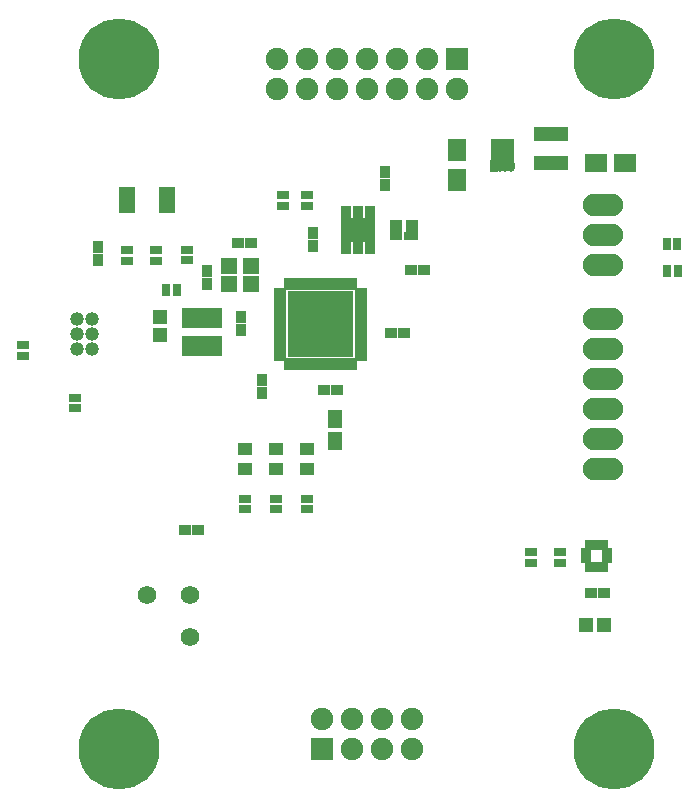
<source format=gbr>
G04 #@! TF.FileFunction,Soldermask,Top*
%FSLAX46Y46*%
G04 Gerber Fmt 4.6, Leading zero omitted, Abs format (unit mm)*
G04 Created by KiCad (PCBNEW (2016-07-14 BZR 6979)-product) date Monday, September 04, 2017 'PMt' 06:11:31 PM*
%MOMM*%
%LPD*%
G01*
G04 APERTURE LIST*
%ADD10C,0.100000*%
%ADD11R,0.800000X1.000000*%
%ADD12R,1.000000X0.800000*%
%ADD13R,3.400000X1.800000*%
%ADD14R,1.898600X1.898600*%
%ADD15C,1.898600*%
%ADD16R,1.650000X1.900000*%
%ADD17R,1.900000X1.650000*%
%ADD18R,0.900000X1.000000*%
%ADD19R,1.000000X0.900000*%
%ADD20R,2.900000X1.150000*%
%ADD21R,0.650000X1.000000*%
%ADD22O,0.650000X1.000000*%
%ADD23R,0.700000X1.900000*%
%ADD24R,1.100000X0.650000*%
%ADD25R,0.650000X1.100000*%
%ADD26R,1.687500X1.687500*%
%ADD27R,1.200000X0.650000*%
%ADD28R,1.050000X0.650000*%
%ADD29R,0.850000X1.250000*%
%ADD30R,2.900000X2.000000*%
%ADD31R,1.400000X1.350000*%
%ADD32O,3.414980X1.906220*%
%ADD33R,1.200000X1.000000*%
%ADD34C,1.187400*%
%ADD35R,1.150000X1.600000*%
%ADD36C,6.851600*%
%ADD37R,1.200000X1.150000*%
%ADD38R,0.950000X0.800000*%
%ADD39R,0.800000X0.950000*%
%ADD40R,1.400000X2.300000*%
%ADD41C,1.558000*%
%ADD42R,1.910000X1.910000*%
%ADD43C,1.910000*%
%ADD44R,1.150000X1.200000*%
G04 APERTURE END LIST*
D10*
D11*
X110940000Y-91948000D03*
X110040000Y-91948000D03*
D12*
X111760000Y-88508000D03*
X111760000Y-89408000D03*
D13*
X113030000Y-96704000D03*
X113030000Y-94304000D03*
D14*
X134620000Y-72390000D03*
D15*
X134620000Y-74930000D03*
X132080000Y-72390000D03*
X132080000Y-74930000D03*
X129540000Y-72390000D03*
X129540000Y-74930000D03*
X127000000Y-72390000D03*
X127000000Y-74930000D03*
X124460000Y-72390000D03*
X124460000Y-74930000D03*
X121920000Y-72390000D03*
X121920000Y-74930000D03*
X119380000Y-72390000D03*
X119380000Y-74930000D03*
D12*
X121920000Y-84778000D03*
X121920000Y-83878000D03*
X119888000Y-84778000D03*
X119888000Y-83878000D03*
D16*
X134620000Y-80080800D03*
X134620000Y-82580800D03*
D17*
X146400200Y-81203800D03*
X148900200Y-81203800D03*
D18*
X122428000Y-88180000D03*
X122428000Y-87080000D03*
D19*
X129040800Y-95529400D03*
X130140800Y-95529400D03*
X117186800Y-87960200D03*
X116086800Y-87960200D03*
D18*
X118160800Y-99576800D03*
X118160800Y-100676800D03*
D19*
X123351200Y-100431600D03*
X124451200Y-100431600D03*
D18*
X113461800Y-91431200D03*
X113461800Y-90331200D03*
X116332000Y-94192000D03*
X116332000Y-95292000D03*
D19*
X130768000Y-90220800D03*
X131868000Y-90220800D03*
D18*
X128574800Y-82998400D03*
X128574800Y-81898400D03*
D20*
X142570200Y-81209600D03*
X142570200Y-78759600D03*
D21*
X137752200Y-81432400D03*
D22*
X138252200Y-81432400D03*
D23*
X137902200Y-80082400D03*
X138502200Y-80082400D03*
X139102200Y-80082400D03*
D22*
X138752200Y-81432400D03*
X139252200Y-81432400D03*
D24*
X119681600Y-92064600D03*
X119681600Y-92564600D03*
X119681600Y-93064600D03*
X119681600Y-93564600D03*
X119681600Y-94064600D03*
X119681600Y-94564600D03*
X119681600Y-95064600D03*
X119681600Y-95564600D03*
X119681600Y-96064600D03*
X119681600Y-96564600D03*
X119681600Y-97064600D03*
X119681600Y-97564600D03*
D25*
X120331600Y-98214600D03*
X120831600Y-98214600D03*
X121331600Y-98214600D03*
X121831600Y-98214600D03*
X122331600Y-98214600D03*
X122831600Y-98214600D03*
X123331600Y-98214600D03*
X123831600Y-98214600D03*
X124331600Y-98214600D03*
X124831600Y-98214600D03*
X125331600Y-98214600D03*
X125831600Y-98214600D03*
D24*
X126481600Y-97564600D03*
X126481600Y-97064600D03*
X126481600Y-96564600D03*
X126481600Y-96064600D03*
X126481600Y-95564600D03*
X126481600Y-95064600D03*
X126481600Y-94564600D03*
X126481600Y-94064600D03*
X126481600Y-93564600D03*
X126481600Y-93064600D03*
X126481600Y-92564600D03*
X126481600Y-92064600D03*
D25*
X125831600Y-91414600D03*
X125331600Y-91414600D03*
X124831600Y-91414600D03*
X124331600Y-91414600D03*
X123831600Y-91414600D03*
X123331600Y-91414600D03*
X122831600Y-91414600D03*
X122331600Y-91414600D03*
X121831600Y-91414600D03*
X121331600Y-91414600D03*
X120831600Y-91414600D03*
X120331600Y-91414600D03*
D26*
X125012850Y-96745850D03*
X125012850Y-95458350D03*
X125012850Y-94170850D03*
X125012850Y-92883350D03*
X123725350Y-96745850D03*
X123725350Y-95458350D03*
X123725350Y-94170850D03*
X123725350Y-92883350D03*
X122437850Y-96745850D03*
X122437850Y-95458350D03*
X122437850Y-94170850D03*
X122437850Y-92883350D03*
X121150350Y-96745850D03*
X121150350Y-95458350D03*
X121150350Y-94170850D03*
X121150350Y-92883350D03*
D27*
X130751235Y-87320865D03*
D28*
X130826235Y-86820865D03*
X130826235Y-86320865D03*
X129476235Y-86320865D03*
X129476235Y-86820865D03*
X129476235Y-87320865D03*
D29*
X125290435Y-88294065D03*
X126290435Y-88294065D03*
X127290435Y-88294065D03*
X127290435Y-85394065D03*
X126290435Y-85394065D03*
X125290435Y-85394065D03*
D30*
X126290435Y-86844065D03*
D31*
X117180800Y-89852200D03*
X115330800Y-89852200D03*
X115330800Y-91402200D03*
X117180800Y-91402200D03*
D32*
X147015200Y-84759800D03*
X147015200Y-87299800D03*
X147015200Y-89839800D03*
X147015200Y-94361000D03*
X147015200Y-96901000D03*
X147015200Y-99441000D03*
X147015200Y-101981000D03*
X147015200Y-104521000D03*
X147015200Y-107061000D03*
D33*
X116713000Y-105398200D03*
X116713000Y-107098200D03*
X119303800Y-105372800D03*
X119303800Y-107072800D03*
X121945400Y-105372800D03*
X121945400Y-107072800D03*
D12*
X116713000Y-109582800D03*
X116713000Y-110482800D03*
X119303800Y-109582800D03*
X119303800Y-110482800D03*
X121945400Y-109582800D03*
X121945400Y-110482800D03*
D11*
X152407200Y-88011000D03*
X153307200Y-88011000D03*
X153332600Y-90347800D03*
X152432600Y-90347800D03*
D34*
X103784400Y-96926400D03*
X103784400Y-95656400D03*
X103784400Y-94386400D03*
X102514400Y-94386400D03*
X102514400Y-95656400D03*
X102514400Y-96926400D03*
D35*
X124333000Y-102809000D03*
X124333000Y-104709000D03*
D36*
X147955000Y-130810000D03*
X147955000Y-72390000D03*
X106045000Y-72390000D03*
X106045000Y-130810000D03*
D37*
X147079400Y-120269000D03*
X145579400Y-120269000D03*
D19*
X147057200Y-117551200D03*
X145957200Y-117551200D03*
D12*
X102336600Y-101048400D03*
X102336600Y-101948400D03*
X97866200Y-97478000D03*
X97866200Y-96578000D03*
X140893800Y-115029400D03*
X140893800Y-114129400D03*
X143408400Y-115029400D03*
X143408400Y-114129400D03*
D38*
X147376400Y-114727000D03*
X147376400Y-114127000D03*
D39*
X147056400Y-113507000D03*
X146456400Y-113507000D03*
X145856400Y-113507000D03*
D38*
X145536400Y-114127000D03*
X145536400Y-114727000D03*
D39*
X145856400Y-115347000D03*
X146456400Y-115347000D03*
X147056400Y-115347000D03*
D18*
X104292400Y-89373800D03*
X104292400Y-88273800D03*
D12*
X109194600Y-88577000D03*
X109194600Y-89477000D03*
X106705400Y-89477000D03*
X106705400Y-88577000D03*
D40*
X110107200Y-84328000D03*
X106707200Y-84328000D03*
D19*
X111591000Y-112268000D03*
X112691000Y-112268000D03*
D41*
X108422000Y-117729000D03*
X112014000Y-121321000D03*
X112014000Y-117729000D03*
D42*
X123190000Y-130810000D03*
D43*
X123190000Y-128270000D03*
X125730000Y-130810000D03*
X125730000Y-128270000D03*
X128270000Y-130810000D03*
X128270000Y-128270000D03*
X130810000Y-130810000D03*
X130810000Y-128270000D03*
D44*
X109474000Y-94246000D03*
X109474000Y-95746000D03*
M02*

</source>
